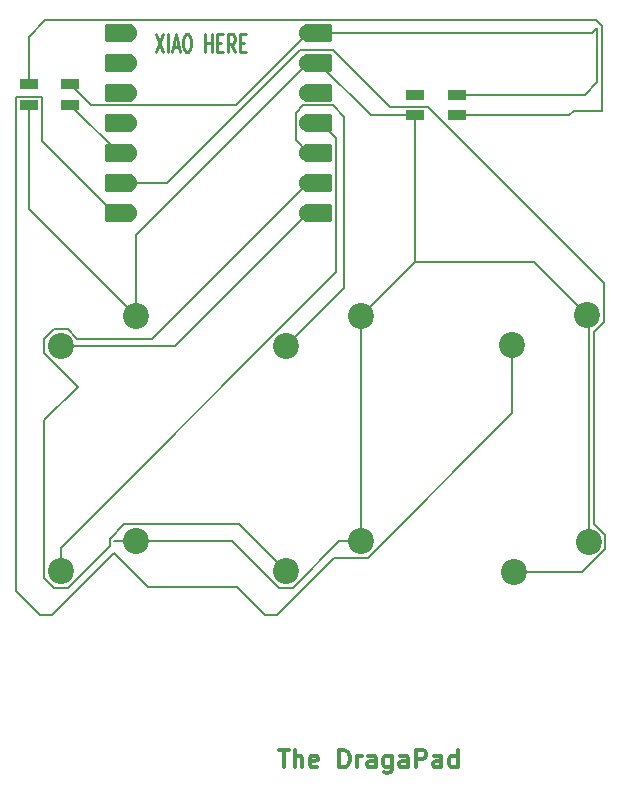
<source format=gbr>
%TF.GenerationSoftware,KiCad,Pcbnew,9.0.3*%
%TF.CreationDate,2025-07-10T08:35:26-07:00*%
%TF.ProjectId,Hackpad,4861636b-7061-4642-9e6b-696361645f70,rev?*%
%TF.SameCoordinates,Original*%
%TF.FileFunction,Copper,L1,Top*%
%TF.FilePolarity,Positive*%
%FSLAX46Y46*%
G04 Gerber Fmt 4.6, Leading zero omitted, Abs format (unit mm)*
G04 Created by KiCad (PCBNEW 9.0.3) date 2025-07-10 08:35:26*
%MOMM*%
%LPD*%
G01*
G04 APERTURE LIST*
G04 Aperture macros list*
%AMRoundRect*
0 Rectangle with rounded corners*
0 $1 Rounding radius*
0 $2 $3 $4 $5 $6 $7 $8 $9 X,Y pos of 4 corners*
0 Add a 4 corners polygon primitive as box body*
4,1,4,$2,$3,$4,$5,$6,$7,$8,$9,$2,$3,0*
0 Add four circle primitives for the rounded corners*
1,1,$1+$1,$2,$3*
1,1,$1+$1,$4,$5*
1,1,$1+$1,$6,$7*
1,1,$1+$1,$8,$9*
0 Add four rect primitives between the rounded corners*
20,1,$1+$1,$2,$3,$4,$5,0*
20,1,$1+$1,$4,$5,$6,$7,0*
20,1,$1+$1,$6,$7,$8,$9,0*
20,1,$1+$1,$8,$9,$2,$3,0*%
G04 Aperture macros list end*
%ADD10C,0.300000*%
%TA.AperFunction,NonConductor*%
%ADD11C,0.300000*%
%TD*%
%ADD12C,0.250000*%
%TA.AperFunction,NonConductor*%
%ADD13C,0.250000*%
%TD*%
%TA.AperFunction,ComponentPad*%
%ADD14C,2.200000*%
%TD*%
%TA.AperFunction,SMDPad,CuDef*%
%ADD15R,1.600000X0.850000*%
%TD*%
%TA.AperFunction,SMDPad,CuDef*%
%ADD16RoundRect,0.152400X1.063600X0.609600X-1.063600X0.609600X-1.063600X-0.609600X1.063600X-0.609600X0*%
%TD*%
%TA.AperFunction,ComponentPad*%
%ADD17C,1.524000*%
%TD*%
%TA.AperFunction,SMDPad,CuDef*%
%ADD18RoundRect,0.152400X-1.063600X-0.609600X1.063600X-0.609600X1.063600X0.609600X-1.063600X0.609600X0*%
%TD*%
%TA.AperFunction,Conductor*%
%ADD19C,0.200000*%
%TD*%
G04 APERTURE END LIST*
D10*
D11*
X77402975Y-94593078D02*
X78260118Y-94593078D01*
X77831546Y-96093078D02*
X77831546Y-94593078D01*
X78760117Y-96093078D02*
X78760117Y-94593078D01*
X79402975Y-96093078D02*
X79402975Y-95307364D01*
X79402975Y-95307364D02*
X79331546Y-95164507D01*
X79331546Y-95164507D02*
X79188689Y-95093078D01*
X79188689Y-95093078D02*
X78974403Y-95093078D01*
X78974403Y-95093078D02*
X78831546Y-95164507D01*
X78831546Y-95164507D02*
X78760117Y-95235935D01*
X80688689Y-96021650D02*
X80545832Y-96093078D01*
X80545832Y-96093078D02*
X80260118Y-96093078D01*
X80260118Y-96093078D02*
X80117260Y-96021650D01*
X80117260Y-96021650D02*
X80045832Y-95878792D01*
X80045832Y-95878792D02*
X80045832Y-95307364D01*
X80045832Y-95307364D02*
X80117260Y-95164507D01*
X80117260Y-95164507D02*
X80260118Y-95093078D01*
X80260118Y-95093078D02*
X80545832Y-95093078D01*
X80545832Y-95093078D02*
X80688689Y-95164507D01*
X80688689Y-95164507D02*
X80760118Y-95307364D01*
X80760118Y-95307364D02*
X80760118Y-95450221D01*
X80760118Y-95450221D02*
X80045832Y-95593078D01*
X82545831Y-96093078D02*
X82545831Y-94593078D01*
X82545831Y-94593078D02*
X82902974Y-94593078D01*
X82902974Y-94593078D02*
X83117260Y-94664507D01*
X83117260Y-94664507D02*
X83260117Y-94807364D01*
X83260117Y-94807364D02*
X83331546Y-94950221D01*
X83331546Y-94950221D02*
X83402974Y-95235935D01*
X83402974Y-95235935D02*
X83402974Y-95450221D01*
X83402974Y-95450221D02*
X83331546Y-95735935D01*
X83331546Y-95735935D02*
X83260117Y-95878792D01*
X83260117Y-95878792D02*
X83117260Y-96021650D01*
X83117260Y-96021650D02*
X82902974Y-96093078D01*
X82902974Y-96093078D02*
X82545831Y-96093078D01*
X84045831Y-96093078D02*
X84045831Y-95093078D01*
X84045831Y-95378792D02*
X84117260Y-95235935D01*
X84117260Y-95235935D02*
X84188689Y-95164507D01*
X84188689Y-95164507D02*
X84331546Y-95093078D01*
X84331546Y-95093078D02*
X84474403Y-95093078D01*
X85617260Y-96093078D02*
X85617260Y-95307364D01*
X85617260Y-95307364D02*
X85545831Y-95164507D01*
X85545831Y-95164507D02*
X85402974Y-95093078D01*
X85402974Y-95093078D02*
X85117260Y-95093078D01*
X85117260Y-95093078D02*
X84974402Y-95164507D01*
X85617260Y-96021650D02*
X85474402Y-96093078D01*
X85474402Y-96093078D02*
X85117260Y-96093078D01*
X85117260Y-96093078D02*
X84974402Y-96021650D01*
X84974402Y-96021650D02*
X84902974Y-95878792D01*
X84902974Y-95878792D02*
X84902974Y-95735935D01*
X84902974Y-95735935D02*
X84974402Y-95593078D01*
X84974402Y-95593078D02*
X85117260Y-95521650D01*
X85117260Y-95521650D02*
X85474402Y-95521650D01*
X85474402Y-95521650D02*
X85617260Y-95450221D01*
X86974403Y-95093078D02*
X86974403Y-96307364D01*
X86974403Y-96307364D02*
X86902974Y-96450221D01*
X86902974Y-96450221D02*
X86831545Y-96521650D01*
X86831545Y-96521650D02*
X86688688Y-96593078D01*
X86688688Y-96593078D02*
X86474403Y-96593078D01*
X86474403Y-96593078D02*
X86331545Y-96521650D01*
X86974403Y-96021650D02*
X86831545Y-96093078D01*
X86831545Y-96093078D02*
X86545831Y-96093078D01*
X86545831Y-96093078D02*
X86402974Y-96021650D01*
X86402974Y-96021650D02*
X86331545Y-95950221D01*
X86331545Y-95950221D02*
X86260117Y-95807364D01*
X86260117Y-95807364D02*
X86260117Y-95378792D01*
X86260117Y-95378792D02*
X86331545Y-95235935D01*
X86331545Y-95235935D02*
X86402974Y-95164507D01*
X86402974Y-95164507D02*
X86545831Y-95093078D01*
X86545831Y-95093078D02*
X86831545Y-95093078D01*
X86831545Y-95093078D02*
X86974403Y-95164507D01*
X88331546Y-96093078D02*
X88331546Y-95307364D01*
X88331546Y-95307364D02*
X88260117Y-95164507D01*
X88260117Y-95164507D02*
X88117260Y-95093078D01*
X88117260Y-95093078D02*
X87831546Y-95093078D01*
X87831546Y-95093078D02*
X87688688Y-95164507D01*
X88331546Y-96021650D02*
X88188688Y-96093078D01*
X88188688Y-96093078D02*
X87831546Y-96093078D01*
X87831546Y-96093078D02*
X87688688Y-96021650D01*
X87688688Y-96021650D02*
X87617260Y-95878792D01*
X87617260Y-95878792D02*
X87617260Y-95735935D01*
X87617260Y-95735935D02*
X87688688Y-95593078D01*
X87688688Y-95593078D02*
X87831546Y-95521650D01*
X87831546Y-95521650D02*
X88188688Y-95521650D01*
X88188688Y-95521650D02*
X88331546Y-95450221D01*
X89045831Y-96093078D02*
X89045831Y-94593078D01*
X89045831Y-94593078D02*
X89617260Y-94593078D01*
X89617260Y-94593078D02*
X89760117Y-94664507D01*
X89760117Y-94664507D02*
X89831546Y-94735935D01*
X89831546Y-94735935D02*
X89902974Y-94878792D01*
X89902974Y-94878792D02*
X89902974Y-95093078D01*
X89902974Y-95093078D02*
X89831546Y-95235935D01*
X89831546Y-95235935D02*
X89760117Y-95307364D01*
X89760117Y-95307364D02*
X89617260Y-95378792D01*
X89617260Y-95378792D02*
X89045831Y-95378792D01*
X91188689Y-96093078D02*
X91188689Y-95307364D01*
X91188689Y-95307364D02*
X91117260Y-95164507D01*
X91117260Y-95164507D02*
X90974403Y-95093078D01*
X90974403Y-95093078D02*
X90688689Y-95093078D01*
X90688689Y-95093078D02*
X90545831Y-95164507D01*
X91188689Y-96021650D02*
X91045831Y-96093078D01*
X91045831Y-96093078D02*
X90688689Y-96093078D01*
X90688689Y-96093078D02*
X90545831Y-96021650D01*
X90545831Y-96021650D02*
X90474403Y-95878792D01*
X90474403Y-95878792D02*
X90474403Y-95735935D01*
X90474403Y-95735935D02*
X90545831Y-95593078D01*
X90545831Y-95593078D02*
X90688689Y-95521650D01*
X90688689Y-95521650D02*
X91045831Y-95521650D01*
X91045831Y-95521650D02*
X91188689Y-95450221D01*
X92545832Y-96093078D02*
X92545832Y-94593078D01*
X92545832Y-96021650D02*
X92402974Y-96093078D01*
X92402974Y-96093078D02*
X92117260Y-96093078D01*
X92117260Y-96093078D02*
X91974403Y-96021650D01*
X91974403Y-96021650D02*
X91902974Y-95950221D01*
X91902974Y-95950221D02*
X91831546Y-95807364D01*
X91831546Y-95807364D02*
X91831546Y-95378792D01*
X91831546Y-95378792D02*
X91902974Y-95235935D01*
X91902974Y-95235935D02*
X91974403Y-95164507D01*
X91974403Y-95164507D02*
X92117260Y-95093078D01*
X92117260Y-95093078D02*
X92402974Y-95093078D01*
X92402974Y-95093078D02*
X92545832Y-95164507D01*
D12*
D13*
X66982330Y-34022178D02*
X67648996Y-35522178D01*
X67648996Y-34022178D02*
X66982330Y-35522178D01*
X68029949Y-35522178D02*
X68029949Y-34022178D01*
X68458520Y-35093607D02*
X68934710Y-35093607D01*
X68363282Y-35522178D02*
X68696615Y-34022178D01*
X68696615Y-34022178D02*
X69029948Y-35522178D01*
X69553758Y-34022178D02*
X69744234Y-34022178D01*
X69744234Y-34022178D02*
X69839472Y-34093607D01*
X69839472Y-34093607D02*
X69934710Y-34236464D01*
X69934710Y-34236464D02*
X69982329Y-34522178D01*
X69982329Y-34522178D02*
X69982329Y-35022178D01*
X69982329Y-35022178D02*
X69934710Y-35307892D01*
X69934710Y-35307892D02*
X69839472Y-35450750D01*
X69839472Y-35450750D02*
X69744234Y-35522178D01*
X69744234Y-35522178D02*
X69553758Y-35522178D01*
X69553758Y-35522178D02*
X69458520Y-35450750D01*
X69458520Y-35450750D02*
X69363282Y-35307892D01*
X69363282Y-35307892D02*
X69315663Y-35022178D01*
X69315663Y-35022178D02*
X69315663Y-34522178D01*
X69315663Y-34522178D02*
X69363282Y-34236464D01*
X69363282Y-34236464D02*
X69458520Y-34093607D01*
X69458520Y-34093607D02*
X69553758Y-34022178D01*
X71172806Y-35522178D02*
X71172806Y-34022178D01*
X71172806Y-34736464D02*
X71744234Y-34736464D01*
X71744234Y-35522178D02*
X71744234Y-34022178D01*
X72220425Y-34736464D02*
X72553758Y-34736464D01*
X72696615Y-35522178D02*
X72220425Y-35522178D01*
X72220425Y-35522178D02*
X72220425Y-34022178D01*
X72220425Y-34022178D02*
X72696615Y-34022178D01*
X73696615Y-35522178D02*
X73363282Y-34807892D01*
X73125187Y-35522178D02*
X73125187Y-34022178D01*
X73125187Y-34022178D02*
X73506139Y-34022178D01*
X73506139Y-34022178D02*
X73601377Y-34093607D01*
X73601377Y-34093607D02*
X73648996Y-34165035D01*
X73648996Y-34165035D02*
X73696615Y-34307892D01*
X73696615Y-34307892D02*
X73696615Y-34522178D01*
X73696615Y-34522178D02*
X73648996Y-34665035D01*
X73648996Y-34665035D02*
X73601377Y-34736464D01*
X73601377Y-34736464D02*
X73506139Y-34807892D01*
X73506139Y-34807892D02*
X73125187Y-34807892D01*
X74125187Y-34736464D02*
X74458520Y-34736464D01*
X74601377Y-35522178D02*
X74125187Y-35522178D01*
X74125187Y-35522178D02*
X74125187Y-34022178D01*
X74125187Y-34022178D02*
X74601377Y-34022178D01*
D14*
%TO.P,SW3,1,1*%
%TO.N,GND*%
X65315250Y-76924750D03*
%TO.P,SW3,2,2*%
%TO.N,Net-(U1-GPIO3{slash}MOSI)*%
X58965250Y-79464750D03*
%TD*%
D15*
%TO.P,D1,1,DOUT*%
%TO.N,Net-(D1-DOUT)*%
X56262750Y-38267250D03*
%TO.P,D1,2,VSS*%
%TO.N,GND*%
X56262750Y-40017250D03*
%TO.P,D1,3,DIN*%
%TO.N,Net-(D1-DIN)*%
X59762750Y-40017250D03*
%TO.P,D1,4,VDD*%
%TO.N,+5V*%
X59762750Y-38267250D03*
%TD*%
D14*
%TO.P,SW2,1,1*%
%TO.N,GND*%
X84365250Y-57874750D03*
%TO.P,SW2,2,2*%
%TO.N,Net-(U1-GPIO4{slash}MISO)*%
X78015250Y-60414750D03*
%TD*%
%TO.P,SW6,1,1*%
%TO.N,GND*%
X103640000Y-77020000D03*
%TO.P,SW6,2,2*%
%TO.N,Net-(U1-GPIO7{slash}SCL)*%
X97290000Y-79560000D03*
%TD*%
%TO.P,SW5,1,1*%
%TO.N,GND*%
X103540000Y-57820000D03*
%TO.P,SW5,2,2*%
%TO.N,Net-(U1-GPIO0{slash}TX)*%
X97190000Y-60360000D03*
%TD*%
D16*
%TO.P,U1,1,GPIO26/ADC0/A0*%
%TO.N,unconnected-(U1-GPIO26{slash}ADC0{slash}A0-Pad1)*%
X63845250Y-33903500D03*
D17*
X64680250Y-33903500D03*
D16*
%TO.P,U1,2,GPIO27/ADC1/A1*%
%TO.N,unconnected-(U1-GPIO27{slash}ADC1{slash}A1-Pad2)*%
X63845250Y-36443500D03*
D17*
X64680250Y-36443500D03*
D16*
%TO.P,U1,3,GPIO28/ADC2/A2*%
%TO.N,unconnected-(U1-GPIO28{slash}ADC2{slash}A2-Pad3)*%
X63845250Y-38983500D03*
D17*
X64680250Y-38983500D03*
D16*
%TO.P,U1,4,GPIO29/ADC3/A3*%
%TO.N,unconnected-(U1-GPIO29{slash}ADC3{slash}A3-Pad4)*%
X63845250Y-41523500D03*
D17*
X64680250Y-41523500D03*
D16*
%TO.P,U1,5,GPIO6/SDA*%
%TO.N,Net-(D1-DIN)*%
X63845250Y-44063500D03*
D17*
X64680250Y-44063500D03*
D16*
%TO.P,U1,6,GPIO7/SCL*%
%TO.N,Net-(U1-GPIO7{slash}SCL)*%
X63845250Y-46603500D03*
D17*
X64680250Y-46603500D03*
D16*
%TO.P,U1,7,GPIO0/TX*%
%TO.N,Net-(U1-GPIO0{slash}TX)*%
X63845250Y-49143500D03*
D17*
X64680250Y-49143500D03*
%TO.P,U1,8,GPIO1/RX*%
%TO.N,Net-(U1-GPIO1{slash}RX)*%
X79920250Y-49143500D03*
D18*
X80755250Y-49143500D03*
D17*
%TO.P,U1,9,GPIO2/SCK*%
%TO.N,Net-(U1-GPIO2{slash}SCK)*%
X79920250Y-46603500D03*
D18*
X80755250Y-46603500D03*
D17*
%TO.P,U1,10,GPIO4/MISO*%
%TO.N,Net-(U1-GPIO4{slash}MISO)*%
X79920250Y-44063500D03*
D18*
X80755250Y-44063500D03*
D17*
%TO.P,U1,11,GPIO3/MOSI*%
%TO.N,Net-(U1-GPIO3{slash}MOSI)*%
X79920250Y-41523500D03*
D18*
X80755250Y-41523500D03*
D17*
%TO.P,U1,12,3V3*%
%TO.N,unconnected-(U1-3V3-Pad12)*%
X79920250Y-38983500D03*
D18*
X80755250Y-38983500D03*
D17*
%TO.P,U1,13,GND*%
%TO.N,GND*%
X79920250Y-36443500D03*
D18*
X80755250Y-36443500D03*
D17*
%TO.P,U1,14,VBUS*%
%TO.N,+5V*%
X79920250Y-33903500D03*
D18*
X80755250Y-33903500D03*
%TD*%
D15*
%TO.P,D2,1,DOUT*%
%TO.N,unconnected-(D2-DOUT-Pad1)*%
X88969000Y-39142250D03*
%TO.P,D2,2,VSS*%
%TO.N,GND*%
X88969000Y-40892250D03*
%TO.P,D2,3,DIN*%
%TO.N,Net-(D1-DOUT)*%
X92469000Y-40892250D03*
%TO.P,D2,4,VDD*%
%TO.N,+5V*%
X92469000Y-39142250D03*
%TD*%
D14*
%TO.P,SW4,1,1*%
%TO.N,GND*%
X84365250Y-76924750D03*
%TO.P,SW4,2,2*%
%TO.N,Net-(U1-GPIO2{slash}SCK)*%
X78015250Y-79464750D03*
%TD*%
%TO.P,SW1,1,1*%
%TO.N,GND*%
X65315250Y-57874750D03*
%TO.P,SW1,2,2*%
%TO.N,Net-(U1-GPIO1{slash}RX)*%
X58965250Y-60414750D03*
%TD*%
D19*
%TO.N,+5V*%
X104374000Y-38100000D02*
X104374000Y-33503600D01*
X61542000Y-40046500D02*
X59762750Y-38267250D01*
X103331750Y-39142250D02*
X104374000Y-38100000D01*
X73777250Y-40046500D02*
X61542000Y-40046500D01*
X104374000Y-33503600D02*
X103974100Y-33903500D01*
X79920250Y-33903500D02*
X73777250Y-40046500D01*
X103974100Y-33903500D02*
X79920250Y-33903500D01*
X92469000Y-39142250D02*
X103331750Y-39142250D01*
%TO.N,GND*%
X88969000Y-40892250D02*
X88969000Y-53271000D01*
X82536564Y-76924750D02*
X84365250Y-76924750D01*
X56262750Y-48822250D02*
X65315250Y-57874750D01*
X73493936Y-76924750D02*
X77434936Y-80865750D01*
X103540000Y-57820000D02*
X98991000Y-53271000D01*
X65315250Y-57874750D02*
X65315250Y-51048500D01*
X103540000Y-57820000D02*
X103540000Y-58240000D01*
X88969000Y-40892250D02*
X85204000Y-40892250D01*
X65315250Y-76924750D02*
X73493936Y-76924750D01*
X65315250Y-51048500D02*
X79920250Y-36443500D01*
X56262750Y-40017250D02*
X56262750Y-48822250D01*
X85204000Y-40892250D02*
X80755250Y-36443500D01*
X103540000Y-58240000D02*
X103640000Y-58340000D01*
X103640000Y-58340000D02*
X103640000Y-77020000D01*
X98991000Y-53271000D02*
X88969000Y-53271000D01*
X88969000Y-53271000D02*
X84365250Y-57874750D01*
X63486564Y-76924750D02*
X65315250Y-76924750D01*
X84365250Y-76924750D02*
X84365250Y-57874750D01*
X78595564Y-80865750D02*
X82536564Y-76924750D01*
X77434936Y-80865750D02*
X78595564Y-80865750D01*
%TO.N,Net-(D1-DIN)*%
X59762750Y-39981000D02*
X63845250Y-44063500D01*
%TO.N,Net-(D1-DOUT)*%
X56262750Y-38267250D02*
X56262750Y-34224750D01*
X104278000Y-32840500D02*
X104775000Y-33337500D01*
X104775000Y-40481250D02*
X102393750Y-40481250D01*
X101982750Y-40892250D02*
X92469000Y-40892250D01*
X57647000Y-32840500D02*
X104278000Y-32840500D01*
X102393750Y-40481250D02*
X101982750Y-40892250D01*
X104775000Y-33337500D02*
X104775000Y-40481250D01*
X56262750Y-34224750D02*
X57647000Y-32840500D01*
%TO.N,Net-(U1-GPIO1{slash}RX)*%
X68649000Y-60414750D02*
X58965250Y-60414750D01*
X79920250Y-49143500D02*
X68649000Y-60414750D01*
%TO.N,Net-(U1-GPIO4{slash}MISO)*%
X82010876Y-40046500D02*
X82964250Y-40999874D01*
X82964250Y-40999874D02*
X82964250Y-55465750D01*
X79479940Y-40046500D02*
X82010876Y-40046500D01*
X78857250Y-43000500D02*
X78857250Y-40669190D01*
X79920250Y-44063500D02*
X78857250Y-43000500D01*
X82964250Y-55465750D02*
X78015250Y-60414750D01*
X78857250Y-40669190D02*
X79479940Y-40046500D01*
%TO.N,Net-(U1-GPIO3{slash}MOSI)*%
X79920250Y-41523500D02*
X80997880Y-41523500D01*
X82272250Y-42797870D02*
X82272250Y-54176436D01*
X82272250Y-54176436D02*
X58965250Y-77483436D01*
X80997880Y-41523500D02*
X82272250Y-42797870D01*
X58965250Y-77483436D02*
X58965250Y-79464750D01*
%TO.N,Net-(U1-GPIO2{slash}SCK)*%
X64320464Y-75523750D02*
X74074250Y-75523750D01*
X58384936Y-80865750D02*
X59545564Y-80865750D01*
X59545564Y-80865750D02*
X63085564Y-77325750D01*
X74074250Y-75523750D02*
X78015250Y-79464750D01*
X60366250Y-59834436D02*
X59545564Y-59013750D01*
X57564250Y-80045064D02*
X58384936Y-80865750D01*
X63085564Y-77325750D02*
X63085564Y-76758650D01*
X60424250Y-63855064D02*
X57564250Y-66715064D01*
X57564250Y-66715064D02*
X57564250Y-80045064D01*
X57564250Y-60995064D02*
X60424250Y-63855064D01*
X66689314Y-59834436D02*
X60366250Y-59834436D01*
X79920250Y-46603500D02*
X81100976Y-46603500D01*
X57564250Y-59834436D02*
X57564250Y-60995064D01*
X58384936Y-59013750D02*
X57564250Y-59834436D01*
X59545564Y-59013750D02*
X58384936Y-59013750D01*
X63085564Y-76758650D02*
X64320464Y-75523750D01*
X79920250Y-46603500D02*
X66689314Y-59834436D01*
%TO.N,Net-(U1-GPIO0{slash}TX)*%
X82122720Y-78325750D02*
X77242720Y-83205750D01*
X58192720Y-83205750D02*
X57197780Y-83205750D01*
X55161750Y-81169720D02*
X55161750Y-39291250D01*
X76247780Y-83205750D02*
X73845780Y-80803750D01*
X97190000Y-66081314D02*
X84945564Y-78325750D01*
X57363750Y-43063750D02*
X63443500Y-49143500D01*
X55161750Y-39291250D02*
X57363750Y-39291250D01*
X57363750Y-39291250D02*
X57363750Y-43063750D01*
X77242720Y-83205750D02*
X76247780Y-83205750D01*
X63443500Y-49143500D02*
X64680250Y-49143500D01*
X84945564Y-78325750D02*
X82122720Y-78325750D01*
X63486564Y-77911906D02*
X58192720Y-83205750D01*
X57197780Y-83205750D02*
X55161750Y-81169720D01*
X97190000Y-60360000D02*
X97190000Y-66081314D01*
X66378408Y-80803750D02*
X63486564Y-77911906D01*
X73845780Y-80803750D02*
X66378408Y-80803750D01*
%TO.N,Net-(U1-GPIO7{slash}SCL)*%
X103081314Y-79560000D02*
X105041000Y-77600314D01*
X105041000Y-77600314D02*
X105041000Y-76439686D01*
X104120314Y-59221000D02*
X104941000Y-58400314D01*
X104941000Y-55037250D02*
X90070000Y-40166250D01*
X97290000Y-79560000D02*
X103081314Y-79560000D01*
X82010876Y-35380500D02*
X79179440Y-35380500D01*
X79179440Y-35380500D02*
X67956440Y-46603500D01*
X104120314Y-75519000D02*
X104120314Y-59221000D01*
X67956440Y-46603500D02*
X64680250Y-46603500D01*
X104941000Y-58400314D02*
X104941000Y-55037250D01*
X86796626Y-40166250D02*
X82010876Y-35380500D01*
X90070000Y-40166250D02*
X86796626Y-40166250D01*
X105041000Y-76439686D02*
X104120314Y-75519000D01*
%TD*%
M02*

</source>
